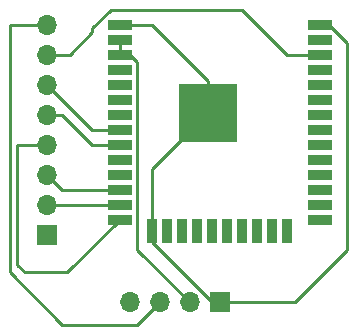
<source format=gbr>
%TF.GenerationSoftware,KiCad,Pcbnew,5.99.0+really5.1.10+dfsg1-1*%
%TF.CreationDate,2021-09-10T11:43:35-04:00*%
%TF.ProjectId,rsp32 lamp,72737033-3220-46c6-916d-702e6b696361,rev?*%
%TF.SameCoordinates,Original*%
%TF.FileFunction,Copper,L1,Top*%
%TF.FilePolarity,Positive*%
%FSLAX46Y46*%
G04 Gerber Fmt 4.6, Leading zero omitted, Abs format (unit mm)*
G04 Created by KiCad (PCBNEW 5.99.0+really5.1.10+dfsg1-1) date 2021-09-10 11:43:35*
%MOMM*%
%LPD*%
G01*
G04 APERTURE LIST*
%TA.AperFunction,ComponentPad*%
%ADD10O,1.700000X1.700000*%
%TD*%
%TA.AperFunction,ComponentPad*%
%ADD11R,1.700000X1.700000*%
%TD*%
%TA.AperFunction,SMDPad,CuDef*%
%ADD12R,2.000000X0.900000*%
%TD*%
%TA.AperFunction,SMDPad,CuDef*%
%ADD13R,0.900000X2.000000*%
%TD*%
%TA.AperFunction,SMDPad,CuDef*%
%ADD14R,5.000000X5.000000*%
%TD*%
%TA.AperFunction,Conductor*%
%ADD15C,0.250000*%
%TD*%
G04 APERTURE END LIST*
D10*
%TO.P,J2,8*%
%TO.N,+5V*%
X17780000Y-27940000D03*
%TO.P,J2,7*%
%TO.N,Net-(J2-Pad7)*%
X17780000Y-30480000D03*
%TO.P,J2,6*%
%TO.N,Net-(J2-Pad6)*%
X17780000Y-33020000D03*
%TO.P,J2,5*%
%TO.N,Net-(J2-Pad5)*%
X17780000Y-35560000D03*
%TO.P,J2,4*%
%TO.N,Net-(J2-Pad4)*%
X17780000Y-38100000D03*
%TO.P,J2,3*%
%TO.N,Net-(J2-Pad3)*%
X17780000Y-40640000D03*
%TO.P,J2,2*%
%TO.N,Net-(J2-Pad2)*%
X17780000Y-43180000D03*
D11*
%TO.P,J2,1*%
%TO.N,GND*%
X17780000Y-45720000D03*
%TD*%
D10*
%TO.P,J1,4*%
%TO.N,GND*%
X24765000Y-51435000D03*
%TO.P,J1,3*%
%TO.N,+5V*%
X27305000Y-51435000D03*
%TO.P,J1,2*%
%TO.N,+3V3*%
X29845000Y-51435000D03*
D11*
%TO.P,J1,1*%
%TO.N,GND*%
X32385000Y-51435000D03*
%TD*%
D12*
%TO.P,U1,38*%
%TO.N,GND*%
X40885000Y-27940000D03*
%TO.P,U1,37*%
%TO.N,Net-(U1-Pad37)*%
X40885000Y-29210000D03*
%TO.P,U1,36*%
%TO.N,Net-(J2-Pad7)*%
X40885000Y-30480000D03*
%TO.P,U1,35*%
%TO.N,Net-(U1-Pad35)*%
X40885000Y-31750000D03*
%TO.P,U1,34*%
%TO.N,Net-(U1-Pad34)*%
X40885000Y-33020000D03*
%TO.P,U1,33*%
%TO.N,Net-(U1-Pad33)*%
X40885000Y-34290000D03*
%TO.P,U1,32*%
%TO.N,Net-(U1-Pad32)*%
X40885000Y-35560000D03*
%TO.P,U1,31*%
%TO.N,Net-(U1-Pad31)*%
X40885000Y-36830000D03*
%TO.P,U1,30*%
%TO.N,Net-(U1-Pad30)*%
X40885000Y-38100000D03*
%TO.P,U1,29*%
%TO.N,Net-(U1-Pad29)*%
X40885000Y-39370000D03*
%TO.P,U1,28*%
%TO.N,Net-(U1-Pad28)*%
X40885000Y-40640000D03*
%TO.P,U1,27*%
%TO.N,Net-(U1-Pad27)*%
X40885000Y-41910000D03*
%TO.P,U1,26*%
%TO.N,Net-(U1-Pad26)*%
X40885000Y-43180000D03*
%TO.P,U1,25*%
%TO.N,Net-(U1-Pad25)*%
X40885000Y-44450000D03*
D13*
%TO.P,U1,24*%
%TO.N,Net-(U1-Pad24)*%
X38100000Y-45450000D03*
%TO.P,U1,23*%
%TO.N,Net-(U1-Pad23)*%
X36830000Y-45450000D03*
%TO.P,U1,22*%
%TO.N,Net-(U1-Pad22)*%
X35560000Y-45450000D03*
%TO.P,U1,21*%
%TO.N,Net-(U1-Pad21)*%
X34290000Y-45450000D03*
%TO.P,U1,20*%
%TO.N,Net-(U1-Pad20)*%
X33020000Y-45450000D03*
%TO.P,U1,19*%
%TO.N,Net-(U1-Pad19)*%
X31750000Y-45450000D03*
%TO.P,U1,18*%
%TO.N,Net-(U1-Pad18)*%
X30480000Y-45450000D03*
%TO.P,U1,17*%
%TO.N,Net-(U1-Pad17)*%
X29210000Y-45450000D03*
%TO.P,U1,16*%
%TO.N,Net-(U1-Pad16)*%
X27940000Y-45450000D03*
%TO.P,U1,15*%
%TO.N,GND*%
X26670000Y-45450000D03*
D12*
%TO.P,U1,14*%
%TO.N,Net-(J2-Pad4)*%
X23885000Y-44450000D03*
%TO.P,U1,13*%
%TO.N,Net-(J2-Pad2)*%
X23885000Y-43180000D03*
%TO.P,U1,12*%
%TO.N,Net-(J2-Pad3)*%
X23885000Y-41910000D03*
%TO.P,U1,11*%
%TO.N,Net-(U1-Pad11)*%
X23885000Y-40640000D03*
%TO.P,U1,10*%
%TO.N,Net-(U1-Pad10)*%
X23885000Y-39370000D03*
%TO.P,U1,9*%
%TO.N,Net-(J2-Pad5)*%
X23885000Y-38100000D03*
%TO.P,U1,8*%
%TO.N,Net-(J2-Pad6)*%
X23885000Y-36830000D03*
%TO.P,U1,7*%
%TO.N,Net-(U1-Pad7)*%
X23885000Y-35560000D03*
%TO.P,U1,6*%
%TO.N,Net-(U1-Pad6)*%
X23885000Y-34290000D03*
%TO.P,U1,5*%
%TO.N,Net-(U1-Pad5)*%
X23885000Y-33020000D03*
%TO.P,U1,4*%
%TO.N,Net-(U1-Pad4)*%
X23885000Y-31750000D03*
%TO.P,U1,3*%
%TO.N,+3V3*%
X23885000Y-30480000D03*
%TO.P,U1,2*%
X23885000Y-29210000D03*
%TO.P,U1,1*%
%TO.N,GND*%
X23885000Y-27940000D03*
D14*
%TO.P,U1,39*%
X31385000Y-35440000D03*
%TD*%
D15*
%TO.N,GND*%
X26670000Y-40155000D02*
X31385000Y-35440000D01*
X26670000Y-45450000D02*
X26670000Y-40155000D01*
X26635000Y-27940000D02*
X23885000Y-27940000D01*
X31385000Y-32690000D02*
X26635000Y-27940000D01*
X31385000Y-35440000D02*
X31385000Y-32690000D01*
X32385000Y-51435000D02*
X31750000Y-51435000D01*
X26670000Y-46355000D02*
X26670000Y-45450000D01*
X31750000Y-51435000D02*
X26670000Y-46355000D01*
X32385000Y-51435000D02*
X38735000Y-51435000D01*
X38735000Y-51435000D02*
X43180000Y-46990000D01*
X41650002Y-27940000D02*
X40885000Y-27940000D01*
X43180000Y-29469998D02*
X41650002Y-27940000D01*
X43180000Y-46990000D02*
X43180000Y-29469998D01*
%TO.N,Net-(J2-Pad3)*%
X19050000Y-41910000D02*
X23885000Y-41910000D01*
X17780000Y-40640000D02*
X19050000Y-41910000D01*
%TO.N,Net-(J2-Pad2)*%
X17780000Y-43180000D02*
X23885000Y-43180000D01*
%TO.N,Net-(J2-Pad4)*%
X19440000Y-48895000D02*
X23885000Y-44450000D01*
X15875000Y-48895000D02*
X19440000Y-48895000D01*
X15240000Y-48260000D02*
X15875000Y-48895000D01*
X15240000Y-38100000D02*
X15240000Y-48260000D01*
X17780000Y-38100000D02*
X15240000Y-38100000D01*
%TO.N,Net-(J2-Pad6)*%
X21590000Y-36830000D02*
X23885000Y-36830000D01*
X17780000Y-33020000D02*
X21590000Y-36830000D01*
%TO.N,+3V3*%
X24765000Y-30480000D02*
X23885000Y-30480000D01*
X25400000Y-31115000D02*
X24765000Y-30480000D01*
X25400000Y-46990000D02*
X25400000Y-31115000D01*
X29845000Y-51435000D02*
X25400000Y-46990000D01*
X23885000Y-29210000D02*
X23885000Y-30480000D01*
%TO.N,+5V*%
X19050000Y-53340000D02*
X25400000Y-53340000D01*
X14605000Y-48895000D02*
X19050000Y-53340000D01*
X25400000Y-53340000D02*
X27305000Y-51435000D01*
X14605000Y-27940000D02*
X14605000Y-48895000D01*
X17780000Y-27940000D02*
X14605000Y-27940000D01*
%TO.N,Net-(J2-Pad7)*%
X17780000Y-30480000D02*
X19685000Y-30480000D01*
X19685000Y-30480000D02*
X21590000Y-28575000D01*
X21590000Y-28199998D02*
X23119998Y-26670000D01*
X21590000Y-28575000D02*
X21590000Y-28199998D01*
X23119998Y-26670000D02*
X34290000Y-26670000D01*
X38100000Y-30480000D02*
X40885000Y-30480000D01*
X34290000Y-26670000D02*
X38100000Y-30480000D01*
%TO.N,Net-(J2-Pad5)*%
X17780000Y-35560000D02*
X19050000Y-35560000D01*
X21590000Y-38100000D02*
X23885000Y-38100000D01*
X19050000Y-35560000D02*
X21590000Y-38100000D01*
%TD*%
M02*

</source>
